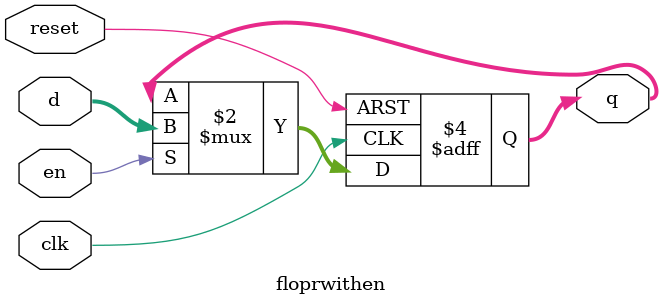
<source format=sv>
module floprwithen #(parameter WIDTH = 8)
            (input logic clk, reset, en,
              input logic [WIDTH-1:0] d,
              output logic [WIDTH-1:0] q);

  always_ff @(posedge clk, posedge reset)
    if (reset) q <= 0;
    else if(en) q <= d;
endmodule

</source>
